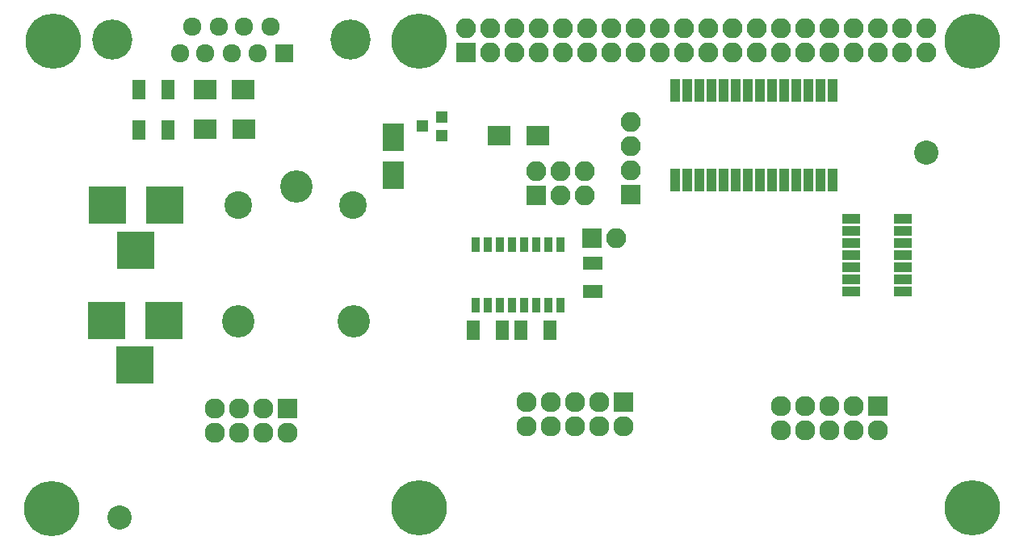
<source format=gts>
%TF.GenerationSoftware,KiCad,Pcbnew,4.0.7*%
%TF.CreationDate,2018-07-23T15:38:26+02:00*%
%TF.ProjectId,rte_rpi,7274655F7270692E6B696361645F7063,rev?*%
%TF.FileFunction,Soldermask,Top*%
%FSLAX46Y46*%
G04 Gerber Fmt 4.6, Leading zero omitted, Abs format (unit mm)*
G04 Created by KiCad (PCBNEW 4.0.7) date 07/23/18 15:38:26*
%MOMM*%
%LPD*%
G01*
G04 APERTURE LIST*
%ADD10C,0.100000*%
%ADD11R,0.908000X1.543000*%
%ADD12R,1.000000X2.400000*%
%ADD13C,2.900000*%
%ADD14C,3.400000*%
%ADD15R,2.100000X2.100000*%
%ADD16O,2.100000X2.100000*%
%ADD17R,2.200000X2.900000*%
%ADD18R,2.127200X2.127200*%
%ADD19O,2.127200X2.127200*%
%ADD20R,3.900000X3.900000*%
%ADD21R,1.400000X2.000000*%
%ADD22R,2.000000X1.400000*%
%ADD23C,5.800000*%
%ADD24R,1.300000X1.200000*%
%ADD25R,2.400000X2.100000*%
%ADD26R,1.900000X1.000000*%
%ADD27C,4.210000*%
%ADD28R,1.924000X1.924000*%
%ADD29C,1.924000*%
%ADD30C,2.540000*%
G04 APERTURE END LIST*
D10*
D11*
X178816000Y-96189800D03*
X181356000Y-96189800D03*
X182626000Y-96189800D03*
X183896000Y-96189800D03*
X185166000Y-96189800D03*
X186436000Y-96189800D03*
X187706000Y-96189800D03*
X187706000Y-102539800D03*
X186436000Y-102539800D03*
X185166000Y-102539800D03*
X183896000Y-102539800D03*
X182626000Y-102539800D03*
X181356000Y-102539800D03*
X180086000Y-102539800D03*
X178816000Y-102539800D03*
X180086000Y-96189800D03*
D12*
X216281000Y-79996300D03*
X215011000Y-79996300D03*
X213741000Y-79996300D03*
X212471000Y-79996300D03*
X211201000Y-79996300D03*
X209931000Y-79996300D03*
X208661000Y-79996300D03*
X207391000Y-79996300D03*
X206121000Y-79996300D03*
X204851000Y-79996300D03*
X203581000Y-79996300D03*
X202311000Y-79996300D03*
X201041000Y-79996300D03*
X199771000Y-79996300D03*
X199771000Y-89396300D03*
X201041000Y-89396300D03*
X202311000Y-89396300D03*
X203581000Y-89396300D03*
X204851000Y-89396300D03*
X206121000Y-89396300D03*
X207391000Y-89396300D03*
X208661000Y-89396300D03*
X209931000Y-89396300D03*
X211201000Y-89396300D03*
X212471000Y-89396300D03*
X213741000Y-89396300D03*
X215011000Y-89396300D03*
X216281000Y-89396300D03*
D13*
X153970000Y-91993000D03*
D14*
X153970000Y-104193000D03*
X166020000Y-104243000D03*
D13*
X165970000Y-91993000D03*
D14*
X160020000Y-90043000D03*
D15*
X177825400Y-76022200D03*
D16*
X177825400Y-73482200D03*
X180365400Y-76022200D03*
X180365400Y-73482200D03*
X182905400Y-76022200D03*
X182905400Y-73482200D03*
X185445400Y-76022200D03*
X185445400Y-73482200D03*
X187985400Y-76022200D03*
X187985400Y-73482200D03*
X190525400Y-76022200D03*
X190525400Y-73482200D03*
X193065400Y-76022200D03*
X193065400Y-73482200D03*
X195605400Y-76022200D03*
X195605400Y-73482200D03*
X198145400Y-76022200D03*
X198145400Y-73482200D03*
X200685400Y-76022200D03*
X200685400Y-73482200D03*
X203225400Y-76022200D03*
X203225400Y-73482200D03*
X205765400Y-76022200D03*
X205765400Y-73482200D03*
X208305400Y-76022200D03*
X208305400Y-73482200D03*
X210845400Y-76022200D03*
X210845400Y-73482200D03*
X213385400Y-76022200D03*
X213385400Y-73482200D03*
X215925400Y-76022200D03*
X215925400Y-73482200D03*
X218465400Y-76022200D03*
X218465400Y-73482200D03*
X221005400Y-76022200D03*
X221005400Y-73482200D03*
X223545400Y-76022200D03*
X223545400Y-73482200D03*
X226085400Y-76022200D03*
X226085400Y-73482200D03*
D17*
X170205400Y-84893400D03*
X170205400Y-88893400D03*
D15*
X185191400Y-90970100D03*
D16*
X185191400Y-88430100D03*
X187731400Y-90970100D03*
X187731400Y-88430100D03*
X190271400Y-90970100D03*
X190271400Y-88430100D03*
D18*
X159105600Y-113385600D03*
D19*
X159105600Y-115925600D03*
X156565600Y-113385600D03*
X156565600Y-115925600D03*
X154025600Y-113385600D03*
X154025600Y-115925600D03*
X151485600Y-113385600D03*
X151485600Y-115925600D03*
D20*
X146151600Y-104114600D03*
X140151600Y-104114600D03*
X143151600Y-108814600D03*
D21*
X178598700Y-105168700D03*
X181598700Y-105168700D03*
D22*
X191084200Y-101106100D03*
X191084200Y-98106100D03*
D21*
X183615200Y-105181400D03*
X186615200Y-105181400D03*
D15*
X195122800Y-90906600D03*
D16*
X195122800Y-88366600D03*
X195122800Y-85826600D03*
X195122800Y-83286600D03*
D20*
X146202400Y-92049600D03*
X140202400Y-92049600D03*
X143202400Y-96749600D03*
D18*
X194360800Y-112674400D03*
D19*
X194360800Y-115214400D03*
X191820800Y-112674400D03*
X191820800Y-115214400D03*
X189280800Y-112674400D03*
X189280800Y-115214400D03*
X186740800Y-112674400D03*
X186740800Y-115214400D03*
X184200800Y-112674400D03*
X184200800Y-115214400D03*
D18*
X221030800Y-113131600D03*
D19*
X221030800Y-115671600D03*
X218490800Y-113131600D03*
X218490800Y-115671600D03*
X215950800Y-113131600D03*
X215950800Y-115671600D03*
X213410800Y-113131600D03*
X213410800Y-115671600D03*
X210870800Y-113131600D03*
X210870800Y-115671600D03*
D23*
X172923200Y-123799600D03*
X230911400Y-123799600D03*
X134429500Y-123825000D03*
X230911400Y-74803000D03*
X134594600Y-74803000D03*
X172923200Y-74803000D03*
D24*
X175244000Y-84719200D03*
X175244000Y-82819200D03*
X173244000Y-83769200D03*
D25*
X154514300Y-84086700D03*
X150514300Y-84086700D03*
X154438100Y-79895700D03*
X150438100Y-79895700D03*
X181337200Y-84709000D03*
X185337200Y-84709000D03*
D26*
X223603800Y-101053900D03*
X223603800Y-99783900D03*
X223603800Y-98513900D03*
X223603800Y-97243900D03*
X223603800Y-95973900D03*
X223603800Y-94703900D03*
X223603800Y-93433900D03*
X218203800Y-93433900D03*
X218203800Y-94703900D03*
X218203800Y-95973900D03*
X218203800Y-97243900D03*
X218203800Y-98513900D03*
X218203800Y-99783900D03*
X218203800Y-101053900D03*
D21*
X143559400Y-84112100D03*
X146559400Y-84112100D03*
X143546700Y-79946500D03*
X146546700Y-79946500D03*
D15*
X191058800Y-95504000D03*
D16*
X193598800Y-95504000D03*
D27*
X165735000Y-74676000D03*
X140716000Y-74676000D03*
D28*
X158750000Y-76073000D03*
D29*
X155956000Y-76073000D03*
X153289000Y-76073000D03*
X150495000Y-76073000D03*
X147828000Y-76073000D03*
X157353000Y-73279000D03*
X154559000Y-73279000D03*
X151892000Y-73279000D03*
X149098000Y-73279000D03*
D30*
X141528800Y-124815600D03*
X226085400Y-86525100D03*
M02*

</source>
